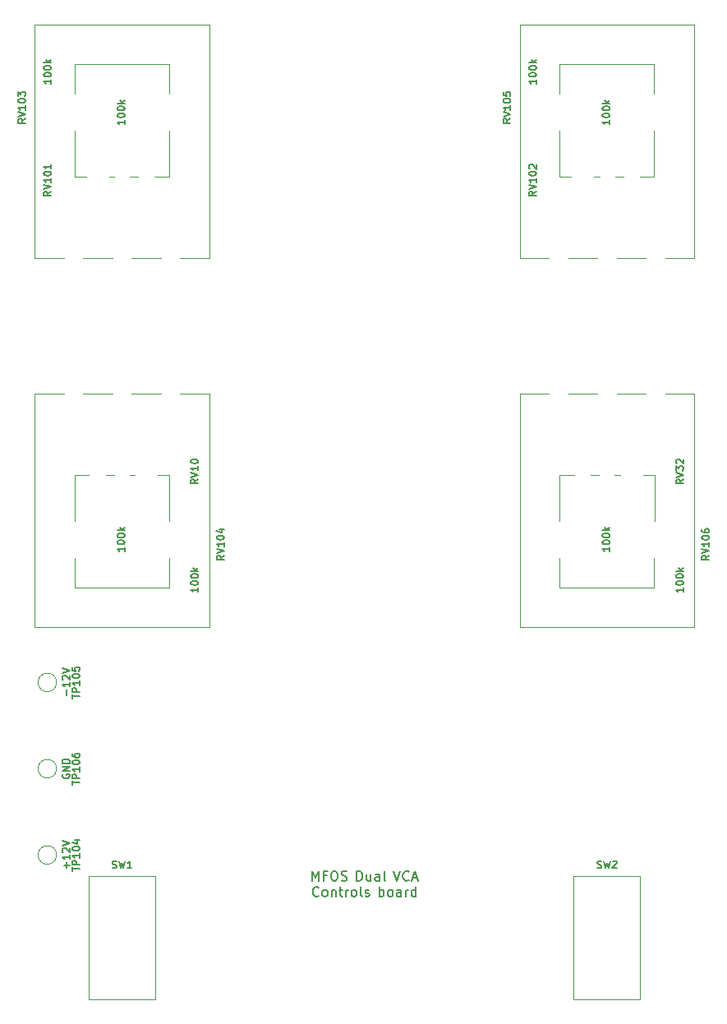
<source format=gto>
G04 #@! TF.GenerationSoftware,KiCad,Pcbnew,7.0.0-rc2-unknown-90e759e738~164~ubuntu22.04.1*
G04 #@! TF.CreationDate,2023-02-04T08:16:59-05:00*
G04 #@! TF.ProjectId,dualvca_b2,6475616c-7663-4615-9f62-322e6b696361,rev?*
G04 #@! TF.SameCoordinates,Original*
G04 #@! TF.FileFunction,Legend,Top*
G04 #@! TF.FilePolarity,Positive*
%FSLAX46Y46*%
G04 Gerber Fmt 4.6, Leading zero omitted, Abs format (unit mm)*
G04 Created by KiCad (PCBNEW 7.0.0-rc2-unknown-90e759e738~164~ubuntu22.04.1) date 2023-02-04 08:16:59*
%MOMM*%
%LPD*%
G01*
G04 APERTURE LIST*
%ADD10C,0.150000*%
%ADD11C,0.120000*%
G04 APERTURE END LIST*
D10*
X144614285Y-136162380D02*
X144614285Y-135162380D01*
X144614285Y-135162380D02*
X144947618Y-135876666D01*
X144947618Y-135876666D02*
X145280951Y-135162380D01*
X145280951Y-135162380D02*
X145280951Y-136162380D01*
X146090475Y-135638571D02*
X145757142Y-135638571D01*
X145757142Y-136162380D02*
X145757142Y-135162380D01*
X145757142Y-135162380D02*
X146233332Y-135162380D01*
X146804761Y-135162380D02*
X146995237Y-135162380D01*
X146995237Y-135162380D02*
X147090475Y-135210000D01*
X147090475Y-135210000D02*
X147185713Y-135305238D01*
X147185713Y-135305238D02*
X147233332Y-135495714D01*
X147233332Y-135495714D02*
X147233332Y-135829047D01*
X147233332Y-135829047D02*
X147185713Y-136019523D01*
X147185713Y-136019523D02*
X147090475Y-136114761D01*
X147090475Y-136114761D02*
X146995237Y-136162380D01*
X146995237Y-136162380D02*
X146804761Y-136162380D01*
X146804761Y-136162380D02*
X146709523Y-136114761D01*
X146709523Y-136114761D02*
X146614285Y-136019523D01*
X146614285Y-136019523D02*
X146566666Y-135829047D01*
X146566666Y-135829047D02*
X146566666Y-135495714D01*
X146566666Y-135495714D02*
X146614285Y-135305238D01*
X146614285Y-135305238D02*
X146709523Y-135210000D01*
X146709523Y-135210000D02*
X146804761Y-135162380D01*
X147614285Y-136114761D02*
X147757142Y-136162380D01*
X147757142Y-136162380D02*
X147995237Y-136162380D01*
X147995237Y-136162380D02*
X148090475Y-136114761D01*
X148090475Y-136114761D02*
X148138094Y-136067142D01*
X148138094Y-136067142D02*
X148185713Y-135971904D01*
X148185713Y-135971904D02*
X148185713Y-135876666D01*
X148185713Y-135876666D02*
X148138094Y-135781428D01*
X148138094Y-135781428D02*
X148090475Y-135733809D01*
X148090475Y-135733809D02*
X147995237Y-135686190D01*
X147995237Y-135686190D02*
X147804761Y-135638571D01*
X147804761Y-135638571D02*
X147709523Y-135590952D01*
X147709523Y-135590952D02*
X147661904Y-135543333D01*
X147661904Y-135543333D02*
X147614285Y-135448095D01*
X147614285Y-135448095D02*
X147614285Y-135352857D01*
X147614285Y-135352857D02*
X147661904Y-135257619D01*
X147661904Y-135257619D02*
X147709523Y-135210000D01*
X147709523Y-135210000D02*
X147804761Y-135162380D01*
X147804761Y-135162380D02*
X148042856Y-135162380D01*
X148042856Y-135162380D02*
X148185713Y-135210000D01*
X149214285Y-136162380D02*
X149214285Y-135162380D01*
X149214285Y-135162380D02*
X149452380Y-135162380D01*
X149452380Y-135162380D02*
X149595237Y-135210000D01*
X149595237Y-135210000D02*
X149690475Y-135305238D01*
X149690475Y-135305238D02*
X149738094Y-135400476D01*
X149738094Y-135400476D02*
X149785713Y-135590952D01*
X149785713Y-135590952D02*
X149785713Y-135733809D01*
X149785713Y-135733809D02*
X149738094Y-135924285D01*
X149738094Y-135924285D02*
X149690475Y-136019523D01*
X149690475Y-136019523D02*
X149595237Y-136114761D01*
X149595237Y-136114761D02*
X149452380Y-136162380D01*
X149452380Y-136162380D02*
X149214285Y-136162380D01*
X150642856Y-135495714D02*
X150642856Y-136162380D01*
X150214285Y-135495714D02*
X150214285Y-136019523D01*
X150214285Y-136019523D02*
X150261904Y-136114761D01*
X150261904Y-136114761D02*
X150357142Y-136162380D01*
X150357142Y-136162380D02*
X150499999Y-136162380D01*
X150499999Y-136162380D02*
X150595237Y-136114761D01*
X150595237Y-136114761D02*
X150642856Y-136067142D01*
X151547618Y-136162380D02*
X151547618Y-135638571D01*
X151547618Y-135638571D02*
X151499999Y-135543333D01*
X151499999Y-135543333D02*
X151404761Y-135495714D01*
X151404761Y-135495714D02*
X151214285Y-135495714D01*
X151214285Y-135495714D02*
X151119047Y-135543333D01*
X151547618Y-136114761D02*
X151452380Y-136162380D01*
X151452380Y-136162380D02*
X151214285Y-136162380D01*
X151214285Y-136162380D02*
X151119047Y-136114761D01*
X151119047Y-136114761D02*
X151071428Y-136019523D01*
X151071428Y-136019523D02*
X151071428Y-135924285D01*
X151071428Y-135924285D02*
X151119047Y-135829047D01*
X151119047Y-135829047D02*
X151214285Y-135781428D01*
X151214285Y-135781428D02*
X151452380Y-135781428D01*
X151452380Y-135781428D02*
X151547618Y-135733809D01*
X152166666Y-136162380D02*
X152071428Y-136114761D01*
X152071428Y-136114761D02*
X152023809Y-136019523D01*
X152023809Y-136019523D02*
X152023809Y-135162380D01*
X153004762Y-135162380D02*
X153338095Y-136162380D01*
X153338095Y-136162380D02*
X153671428Y-135162380D01*
X154576190Y-136067142D02*
X154528571Y-136114761D01*
X154528571Y-136114761D02*
X154385714Y-136162380D01*
X154385714Y-136162380D02*
X154290476Y-136162380D01*
X154290476Y-136162380D02*
X154147619Y-136114761D01*
X154147619Y-136114761D02*
X154052381Y-136019523D01*
X154052381Y-136019523D02*
X154004762Y-135924285D01*
X154004762Y-135924285D02*
X153957143Y-135733809D01*
X153957143Y-135733809D02*
X153957143Y-135590952D01*
X153957143Y-135590952D02*
X154004762Y-135400476D01*
X154004762Y-135400476D02*
X154052381Y-135305238D01*
X154052381Y-135305238D02*
X154147619Y-135210000D01*
X154147619Y-135210000D02*
X154290476Y-135162380D01*
X154290476Y-135162380D02*
X154385714Y-135162380D01*
X154385714Y-135162380D02*
X154528571Y-135210000D01*
X154528571Y-135210000D02*
X154576190Y-135257619D01*
X154957143Y-135876666D02*
X155433333Y-135876666D01*
X154861905Y-136162380D02*
X155195238Y-135162380D01*
X155195238Y-135162380D02*
X155528571Y-136162380D01*
X145271427Y-137687142D02*
X145223808Y-137734761D01*
X145223808Y-137734761D02*
X145080951Y-137782380D01*
X145080951Y-137782380D02*
X144985713Y-137782380D01*
X144985713Y-137782380D02*
X144842856Y-137734761D01*
X144842856Y-137734761D02*
X144747618Y-137639523D01*
X144747618Y-137639523D02*
X144699999Y-137544285D01*
X144699999Y-137544285D02*
X144652380Y-137353809D01*
X144652380Y-137353809D02*
X144652380Y-137210952D01*
X144652380Y-137210952D02*
X144699999Y-137020476D01*
X144699999Y-137020476D02*
X144747618Y-136925238D01*
X144747618Y-136925238D02*
X144842856Y-136830000D01*
X144842856Y-136830000D02*
X144985713Y-136782380D01*
X144985713Y-136782380D02*
X145080951Y-136782380D01*
X145080951Y-136782380D02*
X145223808Y-136830000D01*
X145223808Y-136830000D02*
X145271427Y-136877619D01*
X145842856Y-137782380D02*
X145747618Y-137734761D01*
X145747618Y-137734761D02*
X145699999Y-137687142D01*
X145699999Y-137687142D02*
X145652380Y-137591904D01*
X145652380Y-137591904D02*
X145652380Y-137306190D01*
X145652380Y-137306190D02*
X145699999Y-137210952D01*
X145699999Y-137210952D02*
X145747618Y-137163333D01*
X145747618Y-137163333D02*
X145842856Y-137115714D01*
X145842856Y-137115714D02*
X145985713Y-137115714D01*
X145985713Y-137115714D02*
X146080951Y-137163333D01*
X146080951Y-137163333D02*
X146128570Y-137210952D01*
X146128570Y-137210952D02*
X146176189Y-137306190D01*
X146176189Y-137306190D02*
X146176189Y-137591904D01*
X146176189Y-137591904D02*
X146128570Y-137687142D01*
X146128570Y-137687142D02*
X146080951Y-137734761D01*
X146080951Y-137734761D02*
X145985713Y-137782380D01*
X145985713Y-137782380D02*
X145842856Y-137782380D01*
X146604761Y-137115714D02*
X146604761Y-137782380D01*
X146604761Y-137210952D02*
X146652380Y-137163333D01*
X146652380Y-137163333D02*
X146747618Y-137115714D01*
X146747618Y-137115714D02*
X146890475Y-137115714D01*
X146890475Y-137115714D02*
X146985713Y-137163333D01*
X146985713Y-137163333D02*
X147033332Y-137258571D01*
X147033332Y-137258571D02*
X147033332Y-137782380D01*
X147366666Y-137115714D02*
X147747618Y-137115714D01*
X147509523Y-136782380D02*
X147509523Y-137639523D01*
X147509523Y-137639523D02*
X147557142Y-137734761D01*
X147557142Y-137734761D02*
X147652380Y-137782380D01*
X147652380Y-137782380D02*
X147747618Y-137782380D01*
X148080952Y-137782380D02*
X148080952Y-137115714D01*
X148080952Y-137306190D02*
X148128571Y-137210952D01*
X148128571Y-137210952D02*
X148176190Y-137163333D01*
X148176190Y-137163333D02*
X148271428Y-137115714D01*
X148271428Y-137115714D02*
X148366666Y-137115714D01*
X148842857Y-137782380D02*
X148747619Y-137734761D01*
X148747619Y-137734761D02*
X148700000Y-137687142D01*
X148700000Y-137687142D02*
X148652381Y-137591904D01*
X148652381Y-137591904D02*
X148652381Y-137306190D01*
X148652381Y-137306190D02*
X148700000Y-137210952D01*
X148700000Y-137210952D02*
X148747619Y-137163333D01*
X148747619Y-137163333D02*
X148842857Y-137115714D01*
X148842857Y-137115714D02*
X148985714Y-137115714D01*
X148985714Y-137115714D02*
X149080952Y-137163333D01*
X149080952Y-137163333D02*
X149128571Y-137210952D01*
X149128571Y-137210952D02*
X149176190Y-137306190D01*
X149176190Y-137306190D02*
X149176190Y-137591904D01*
X149176190Y-137591904D02*
X149128571Y-137687142D01*
X149128571Y-137687142D02*
X149080952Y-137734761D01*
X149080952Y-137734761D02*
X148985714Y-137782380D01*
X148985714Y-137782380D02*
X148842857Y-137782380D01*
X149747619Y-137782380D02*
X149652381Y-137734761D01*
X149652381Y-137734761D02*
X149604762Y-137639523D01*
X149604762Y-137639523D02*
X149604762Y-136782380D01*
X150080953Y-137734761D02*
X150176191Y-137782380D01*
X150176191Y-137782380D02*
X150366667Y-137782380D01*
X150366667Y-137782380D02*
X150461905Y-137734761D01*
X150461905Y-137734761D02*
X150509524Y-137639523D01*
X150509524Y-137639523D02*
X150509524Y-137591904D01*
X150509524Y-137591904D02*
X150461905Y-137496666D01*
X150461905Y-137496666D02*
X150366667Y-137449047D01*
X150366667Y-137449047D02*
X150223810Y-137449047D01*
X150223810Y-137449047D02*
X150128572Y-137401428D01*
X150128572Y-137401428D02*
X150080953Y-137306190D01*
X150080953Y-137306190D02*
X150080953Y-137258571D01*
X150080953Y-137258571D02*
X150128572Y-137163333D01*
X150128572Y-137163333D02*
X150223810Y-137115714D01*
X150223810Y-137115714D02*
X150366667Y-137115714D01*
X150366667Y-137115714D02*
X150461905Y-137163333D01*
X151538096Y-137782380D02*
X151538096Y-136782380D01*
X151538096Y-137163333D02*
X151633334Y-137115714D01*
X151633334Y-137115714D02*
X151823810Y-137115714D01*
X151823810Y-137115714D02*
X151919048Y-137163333D01*
X151919048Y-137163333D02*
X151966667Y-137210952D01*
X151966667Y-137210952D02*
X152014286Y-137306190D01*
X152014286Y-137306190D02*
X152014286Y-137591904D01*
X152014286Y-137591904D02*
X151966667Y-137687142D01*
X151966667Y-137687142D02*
X151919048Y-137734761D01*
X151919048Y-137734761D02*
X151823810Y-137782380D01*
X151823810Y-137782380D02*
X151633334Y-137782380D01*
X151633334Y-137782380D02*
X151538096Y-137734761D01*
X152585715Y-137782380D02*
X152490477Y-137734761D01*
X152490477Y-137734761D02*
X152442858Y-137687142D01*
X152442858Y-137687142D02*
X152395239Y-137591904D01*
X152395239Y-137591904D02*
X152395239Y-137306190D01*
X152395239Y-137306190D02*
X152442858Y-137210952D01*
X152442858Y-137210952D02*
X152490477Y-137163333D01*
X152490477Y-137163333D02*
X152585715Y-137115714D01*
X152585715Y-137115714D02*
X152728572Y-137115714D01*
X152728572Y-137115714D02*
X152823810Y-137163333D01*
X152823810Y-137163333D02*
X152871429Y-137210952D01*
X152871429Y-137210952D02*
X152919048Y-137306190D01*
X152919048Y-137306190D02*
X152919048Y-137591904D01*
X152919048Y-137591904D02*
X152871429Y-137687142D01*
X152871429Y-137687142D02*
X152823810Y-137734761D01*
X152823810Y-137734761D02*
X152728572Y-137782380D01*
X152728572Y-137782380D02*
X152585715Y-137782380D01*
X153776191Y-137782380D02*
X153776191Y-137258571D01*
X153776191Y-137258571D02*
X153728572Y-137163333D01*
X153728572Y-137163333D02*
X153633334Y-137115714D01*
X153633334Y-137115714D02*
X153442858Y-137115714D01*
X153442858Y-137115714D02*
X153347620Y-137163333D01*
X153776191Y-137734761D02*
X153680953Y-137782380D01*
X153680953Y-137782380D02*
X153442858Y-137782380D01*
X153442858Y-137782380D02*
X153347620Y-137734761D01*
X153347620Y-137734761D02*
X153300001Y-137639523D01*
X153300001Y-137639523D02*
X153300001Y-137544285D01*
X153300001Y-137544285D02*
X153347620Y-137449047D01*
X153347620Y-137449047D02*
X153442858Y-137401428D01*
X153442858Y-137401428D02*
X153680953Y-137401428D01*
X153680953Y-137401428D02*
X153776191Y-137353809D01*
X154252382Y-137782380D02*
X154252382Y-137115714D01*
X154252382Y-137306190D02*
X154300001Y-137210952D01*
X154300001Y-137210952D02*
X154347620Y-137163333D01*
X154347620Y-137163333D02*
X154442858Y-137115714D01*
X154442858Y-137115714D02*
X154538096Y-137115714D01*
X155300001Y-137782380D02*
X155300001Y-136782380D01*
X155300001Y-137734761D02*
X155204763Y-137782380D01*
X155204763Y-137782380D02*
X155014287Y-137782380D01*
X155014287Y-137782380D02*
X154919049Y-137734761D01*
X154919049Y-137734761D02*
X154871430Y-137687142D01*
X154871430Y-137687142D02*
X154823811Y-137591904D01*
X154823811Y-137591904D02*
X154823811Y-137306190D01*
X154823811Y-137306190D02*
X154871430Y-137210952D01*
X154871430Y-137210952D02*
X154919049Y-137163333D01*
X154919049Y-137163333D02*
X155014287Y-137115714D01*
X155014287Y-137115714D02*
X155204763Y-137115714D01*
X155204763Y-137115714D02*
X155300001Y-137163333D01*
G04 #@! TO.C,RV101*
X117695535Y-65152714D02*
X117338392Y-65402714D01*
X117695535Y-65581285D02*
X116945535Y-65581285D01*
X116945535Y-65581285D02*
X116945535Y-65295571D01*
X116945535Y-65295571D02*
X116981250Y-65224142D01*
X116981250Y-65224142D02*
X117016964Y-65188428D01*
X117016964Y-65188428D02*
X117088392Y-65152714D01*
X117088392Y-65152714D02*
X117195535Y-65152714D01*
X117195535Y-65152714D02*
X117266964Y-65188428D01*
X117266964Y-65188428D02*
X117302678Y-65224142D01*
X117302678Y-65224142D02*
X117338392Y-65295571D01*
X117338392Y-65295571D02*
X117338392Y-65581285D01*
X116945535Y-64938428D02*
X117695535Y-64688428D01*
X117695535Y-64688428D02*
X116945535Y-64438428D01*
X117695535Y-63795571D02*
X117695535Y-64224142D01*
X117695535Y-64009857D02*
X116945535Y-64009857D01*
X116945535Y-64009857D02*
X117052678Y-64081285D01*
X117052678Y-64081285D02*
X117124107Y-64152714D01*
X117124107Y-64152714D02*
X117159821Y-64224142D01*
X116945535Y-63331285D02*
X116945535Y-63259856D01*
X116945535Y-63259856D02*
X116981250Y-63188428D01*
X116981250Y-63188428D02*
X117016964Y-63152714D01*
X117016964Y-63152714D02*
X117088392Y-63116999D01*
X117088392Y-63116999D02*
X117231250Y-63081285D01*
X117231250Y-63081285D02*
X117409821Y-63081285D01*
X117409821Y-63081285D02*
X117552678Y-63116999D01*
X117552678Y-63116999D02*
X117624107Y-63152714D01*
X117624107Y-63152714D02*
X117659821Y-63188428D01*
X117659821Y-63188428D02*
X117695535Y-63259856D01*
X117695535Y-63259856D02*
X117695535Y-63331285D01*
X117695535Y-63331285D02*
X117659821Y-63402714D01*
X117659821Y-63402714D02*
X117624107Y-63438428D01*
X117624107Y-63438428D02*
X117552678Y-63474142D01*
X117552678Y-63474142D02*
X117409821Y-63509856D01*
X117409821Y-63509856D02*
X117231250Y-63509856D01*
X117231250Y-63509856D02*
X117088392Y-63474142D01*
X117088392Y-63474142D02*
X117016964Y-63438428D01*
X117016964Y-63438428D02*
X116981250Y-63402714D01*
X116981250Y-63402714D02*
X116945535Y-63331285D01*
X117695535Y-62366999D02*
X117695535Y-62795570D01*
X117695535Y-62581285D02*
X116945535Y-62581285D01*
X116945535Y-62581285D02*
X117052678Y-62652713D01*
X117052678Y-62652713D02*
X117124107Y-62724142D01*
X117124107Y-62724142D02*
X117159821Y-62795570D01*
X117695535Y-53619571D02*
X117695535Y-54048142D01*
X117695535Y-53833857D02*
X116945535Y-53833857D01*
X116945535Y-53833857D02*
X117052678Y-53905285D01*
X117052678Y-53905285D02*
X117124107Y-53976714D01*
X117124107Y-53976714D02*
X117159821Y-54048142D01*
X116945535Y-53155285D02*
X116945535Y-53083856D01*
X116945535Y-53083856D02*
X116981250Y-53012428D01*
X116981250Y-53012428D02*
X117016964Y-52976714D01*
X117016964Y-52976714D02*
X117088392Y-52940999D01*
X117088392Y-52940999D02*
X117231250Y-52905285D01*
X117231250Y-52905285D02*
X117409821Y-52905285D01*
X117409821Y-52905285D02*
X117552678Y-52940999D01*
X117552678Y-52940999D02*
X117624107Y-52976714D01*
X117624107Y-52976714D02*
X117659821Y-53012428D01*
X117659821Y-53012428D02*
X117695535Y-53083856D01*
X117695535Y-53083856D02*
X117695535Y-53155285D01*
X117695535Y-53155285D02*
X117659821Y-53226714D01*
X117659821Y-53226714D02*
X117624107Y-53262428D01*
X117624107Y-53262428D02*
X117552678Y-53298142D01*
X117552678Y-53298142D02*
X117409821Y-53333856D01*
X117409821Y-53333856D02*
X117231250Y-53333856D01*
X117231250Y-53333856D02*
X117088392Y-53298142D01*
X117088392Y-53298142D02*
X117016964Y-53262428D01*
X117016964Y-53262428D02*
X116981250Y-53226714D01*
X116981250Y-53226714D02*
X116945535Y-53155285D01*
X116945535Y-52440999D02*
X116945535Y-52369570D01*
X116945535Y-52369570D02*
X116981250Y-52298142D01*
X116981250Y-52298142D02*
X117016964Y-52262428D01*
X117016964Y-52262428D02*
X117088392Y-52226713D01*
X117088392Y-52226713D02*
X117231250Y-52190999D01*
X117231250Y-52190999D02*
X117409821Y-52190999D01*
X117409821Y-52190999D02*
X117552678Y-52226713D01*
X117552678Y-52226713D02*
X117624107Y-52262428D01*
X117624107Y-52262428D02*
X117659821Y-52298142D01*
X117659821Y-52298142D02*
X117695535Y-52369570D01*
X117695535Y-52369570D02*
X117695535Y-52440999D01*
X117695535Y-52440999D02*
X117659821Y-52512428D01*
X117659821Y-52512428D02*
X117624107Y-52548142D01*
X117624107Y-52548142D02*
X117552678Y-52583856D01*
X117552678Y-52583856D02*
X117409821Y-52619570D01*
X117409821Y-52619570D02*
X117231250Y-52619570D01*
X117231250Y-52619570D02*
X117088392Y-52583856D01*
X117088392Y-52583856D02*
X117016964Y-52548142D01*
X117016964Y-52548142D02*
X116981250Y-52512428D01*
X116981250Y-52512428D02*
X116945535Y-52440999D01*
X117695535Y-51869570D02*
X116945535Y-51869570D01*
X117409821Y-51798142D02*
X117695535Y-51583856D01*
X117195535Y-51583856D02*
X117481250Y-51869570D01*
G04 #@! TO.C,RV105*
X165045535Y-57660714D02*
X164688392Y-57910714D01*
X165045535Y-58089285D02*
X164295535Y-58089285D01*
X164295535Y-58089285D02*
X164295535Y-57803571D01*
X164295535Y-57803571D02*
X164331250Y-57732142D01*
X164331250Y-57732142D02*
X164366964Y-57696428D01*
X164366964Y-57696428D02*
X164438392Y-57660714D01*
X164438392Y-57660714D02*
X164545535Y-57660714D01*
X164545535Y-57660714D02*
X164616964Y-57696428D01*
X164616964Y-57696428D02*
X164652678Y-57732142D01*
X164652678Y-57732142D02*
X164688392Y-57803571D01*
X164688392Y-57803571D02*
X164688392Y-58089285D01*
X164295535Y-57446428D02*
X165045535Y-57196428D01*
X165045535Y-57196428D02*
X164295535Y-56946428D01*
X165045535Y-56303571D02*
X165045535Y-56732142D01*
X165045535Y-56517857D02*
X164295535Y-56517857D01*
X164295535Y-56517857D02*
X164402678Y-56589285D01*
X164402678Y-56589285D02*
X164474107Y-56660714D01*
X164474107Y-56660714D02*
X164509821Y-56732142D01*
X164295535Y-55839285D02*
X164295535Y-55767856D01*
X164295535Y-55767856D02*
X164331250Y-55696428D01*
X164331250Y-55696428D02*
X164366964Y-55660714D01*
X164366964Y-55660714D02*
X164438392Y-55624999D01*
X164438392Y-55624999D02*
X164581250Y-55589285D01*
X164581250Y-55589285D02*
X164759821Y-55589285D01*
X164759821Y-55589285D02*
X164902678Y-55624999D01*
X164902678Y-55624999D02*
X164974107Y-55660714D01*
X164974107Y-55660714D02*
X165009821Y-55696428D01*
X165009821Y-55696428D02*
X165045535Y-55767856D01*
X165045535Y-55767856D02*
X165045535Y-55839285D01*
X165045535Y-55839285D02*
X165009821Y-55910714D01*
X165009821Y-55910714D02*
X164974107Y-55946428D01*
X164974107Y-55946428D02*
X164902678Y-55982142D01*
X164902678Y-55982142D02*
X164759821Y-56017856D01*
X164759821Y-56017856D02*
X164581250Y-56017856D01*
X164581250Y-56017856D02*
X164438392Y-55982142D01*
X164438392Y-55982142D02*
X164366964Y-55946428D01*
X164366964Y-55946428D02*
X164331250Y-55910714D01*
X164331250Y-55910714D02*
X164295535Y-55839285D01*
X164295535Y-54910713D02*
X164295535Y-55267856D01*
X164295535Y-55267856D02*
X164652678Y-55303570D01*
X164652678Y-55303570D02*
X164616964Y-55267856D01*
X164616964Y-55267856D02*
X164581250Y-55196428D01*
X164581250Y-55196428D02*
X164581250Y-55017856D01*
X164581250Y-55017856D02*
X164616964Y-54946428D01*
X164616964Y-54946428D02*
X164652678Y-54910713D01*
X164652678Y-54910713D02*
X164724107Y-54874999D01*
X164724107Y-54874999D02*
X164902678Y-54874999D01*
X164902678Y-54874999D02*
X164974107Y-54910713D01*
X164974107Y-54910713D02*
X165009821Y-54946428D01*
X165009821Y-54946428D02*
X165045535Y-55017856D01*
X165045535Y-55017856D02*
X165045535Y-55196428D01*
X165045535Y-55196428D02*
X165009821Y-55267856D01*
X165009821Y-55267856D02*
X164974107Y-55303570D01*
X175275535Y-57803571D02*
X175275535Y-58232142D01*
X175275535Y-58017857D02*
X174525535Y-58017857D01*
X174525535Y-58017857D02*
X174632678Y-58089285D01*
X174632678Y-58089285D02*
X174704107Y-58160714D01*
X174704107Y-58160714D02*
X174739821Y-58232142D01*
X174525535Y-57339285D02*
X174525535Y-57267856D01*
X174525535Y-57267856D02*
X174561250Y-57196428D01*
X174561250Y-57196428D02*
X174596964Y-57160714D01*
X174596964Y-57160714D02*
X174668392Y-57124999D01*
X174668392Y-57124999D02*
X174811250Y-57089285D01*
X174811250Y-57089285D02*
X174989821Y-57089285D01*
X174989821Y-57089285D02*
X175132678Y-57124999D01*
X175132678Y-57124999D02*
X175204107Y-57160714D01*
X175204107Y-57160714D02*
X175239821Y-57196428D01*
X175239821Y-57196428D02*
X175275535Y-57267856D01*
X175275535Y-57267856D02*
X175275535Y-57339285D01*
X175275535Y-57339285D02*
X175239821Y-57410714D01*
X175239821Y-57410714D02*
X175204107Y-57446428D01*
X175204107Y-57446428D02*
X175132678Y-57482142D01*
X175132678Y-57482142D02*
X174989821Y-57517856D01*
X174989821Y-57517856D02*
X174811250Y-57517856D01*
X174811250Y-57517856D02*
X174668392Y-57482142D01*
X174668392Y-57482142D02*
X174596964Y-57446428D01*
X174596964Y-57446428D02*
X174561250Y-57410714D01*
X174561250Y-57410714D02*
X174525535Y-57339285D01*
X174525535Y-56624999D02*
X174525535Y-56553570D01*
X174525535Y-56553570D02*
X174561250Y-56482142D01*
X174561250Y-56482142D02*
X174596964Y-56446428D01*
X174596964Y-56446428D02*
X174668392Y-56410713D01*
X174668392Y-56410713D02*
X174811250Y-56374999D01*
X174811250Y-56374999D02*
X174989821Y-56374999D01*
X174989821Y-56374999D02*
X175132678Y-56410713D01*
X175132678Y-56410713D02*
X175204107Y-56446428D01*
X175204107Y-56446428D02*
X175239821Y-56482142D01*
X175239821Y-56482142D02*
X175275535Y-56553570D01*
X175275535Y-56553570D02*
X175275535Y-56624999D01*
X175275535Y-56624999D02*
X175239821Y-56696428D01*
X175239821Y-56696428D02*
X175204107Y-56732142D01*
X175204107Y-56732142D02*
X175132678Y-56767856D01*
X175132678Y-56767856D02*
X174989821Y-56803570D01*
X174989821Y-56803570D02*
X174811250Y-56803570D01*
X174811250Y-56803570D02*
X174668392Y-56767856D01*
X174668392Y-56767856D02*
X174596964Y-56732142D01*
X174596964Y-56732142D02*
X174561250Y-56696428D01*
X174561250Y-56696428D02*
X174525535Y-56624999D01*
X175275535Y-56053570D02*
X174525535Y-56053570D01*
X174989821Y-55982142D02*
X175275535Y-55767856D01*
X174775535Y-55767856D02*
X175061250Y-56053570D01*
G04 #@! TO.C,TP106*
X119883535Y-126280714D02*
X119883535Y-125852143D01*
X120633535Y-126066428D02*
X119883535Y-126066428D01*
X120633535Y-125602142D02*
X119883535Y-125602142D01*
X119883535Y-125602142D02*
X119883535Y-125316428D01*
X119883535Y-125316428D02*
X119919250Y-125244999D01*
X119919250Y-125244999D02*
X119954964Y-125209285D01*
X119954964Y-125209285D02*
X120026392Y-125173571D01*
X120026392Y-125173571D02*
X120133535Y-125173571D01*
X120133535Y-125173571D02*
X120204964Y-125209285D01*
X120204964Y-125209285D02*
X120240678Y-125244999D01*
X120240678Y-125244999D02*
X120276392Y-125316428D01*
X120276392Y-125316428D02*
X120276392Y-125602142D01*
X120633535Y-124459285D02*
X120633535Y-124887856D01*
X120633535Y-124673571D02*
X119883535Y-124673571D01*
X119883535Y-124673571D02*
X119990678Y-124744999D01*
X119990678Y-124744999D02*
X120062107Y-124816428D01*
X120062107Y-124816428D02*
X120097821Y-124887856D01*
X119883535Y-123994999D02*
X119883535Y-123923570D01*
X119883535Y-123923570D02*
X119919250Y-123852142D01*
X119919250Y-123852142D02*
X119954964Y-123816428D01*
X119954964Y-123816428D02*
X120026392Y-123780713D01*
X120026392Y-123780713D02*
X120169250Y-123744999D01*
X120169250Y-123744999D02*
X120347821Y-123744999D01*
X120347821Y-123744999D02*
X120490678Y-123780713D01*
X120490678Y-123780713D02*
X120562107Y-123816428D01*
X120562107Y-123816428D02*
X120597821Y-123852142D01*
X120597821Y-123852142D02*
X120633535Y-123923570D01*
X120633535Y-123923570D02*
X120633535Y-123994999D01*
X120633535Y-123994999D02*
X120597821Y-124066428D01*
X120597821Y-124066428D02*
X120562107Y-124102142D01*
X120562107Y-124102142D02*
X120490678Y-124137856D01*
X120490678Y-124137856D02*
X120347821Y-124173570D01*
X120347821Y-124173570D02*
X120169250Y-124173570D01*
X120169250Y-124173570D02*
X120026392Y-124137856D01*
X120026392Y-124137856D02*
X119954964Y-124102142D01*
X119954964Y-124102142D02*
X119919250Y-124066428D01*
X119919250Y-124066428D02*
X119883535Y-123994999D01*
X119883535Y-123102142D02*
X119883535Y-123244999D01*
X119883535Y-123244999D02*
X119919250Y-123316427D01*
X119919250Y-123316427D02*
X119954964Y-123352142D01*
X119954964Y-123352142D02*
X120062107Y-123423570D01*
X120062107Y-123423570D02*
X120204964Y-123459284D01*
X120204964Y-123459284D02*
X120490678Y-123459284D01*
X120490678Y-123459284D02*
X120562107Y-123423570D01*
X120562107Y-123423570D02*
X120597821Y-123387856D01*
X120597821Y-123387856D02*
X120633535Y-123316427D01*
X120633535Y-123316427D02*
X120633535Y-123173570D01*
X120633535Y-123173570D02*
X120597821Y-123102142D01*
X120597821Y-123102142D02*
X120562107Y-123066427D01*
X120562107Y-123066427D02*
X120490678Y-123030713D01*
X120490678Y-123030713D02*
X120312107Y-123030713D01*
X120312107Y-123030713D02*
X120240678Y-123066427D01*
X120240678Y-123066427D02*
X120204964Y-123102142D01*
X120204964Y-123102142D02*
X120169250Y-123173570D01*
X120169250Y-123173570D02*
X120169250Y-123316427D01*
X120169250Y-123316427D02*
X120204964Y-123387856D01*
X120204964Y-123387856D02*
X120240678Y-123423570D01*
X120240678Y-123423570D02*
X120312107Y-123459284D01*
X118903250Y-125191428D02*
X118867535Y-125262857D01*
X118867535Y-125262857D02*
X118867535Y-125369999D01*
X118867535Y-125369999D02*
X118903250Y-125477142D01*
X118903250Y-125477142D02*
X118974678Y-125548571D01*
X118974678Y-125548571D02*
X119046107Y-125584285D01*
X119046107Y-125584285D02*
X119188964Y-125619999D01*
X119188964Y-125619999D02*
X119296107Y-125619999D01*
X119296107Y-125619999D02*
X119438964Y-125584285D01*
X119438964Y-125584285D02*
X119510392Y-125548571D01*
X119510392Y-125548571D02*
X119581821Y-125477142D01*
X119581821Y-125477142D02*
X119617535Y-125369999D01*
X119617535Y-125369999D02*
X119617535Y-125298571D01*
X119617535Y-125298571D02*
X119581821Y-125191428D01*
X119581821Y-125191428D02*
X119546107Y-125155714D01*
X119546107Y-125155714D02*
X119296107Y-125155714D01*
X119296107Y-125155714D02*
X119296107Y-125298571D01*
X119617535Y-124834285D02*
X118867535Y-124834285D01*
X118867535Y-124834285D02*
X119617535Y-124405714D01*
X119617535Y-124405714D02*
X118867535Y-124405714D01*
X119617535Y-124048571D02*
X118867535Y-124048571D01*
X118867535Y-124048571D02*
X118867535Y-123870000D01*
X118867535Y-123870000D02*
X118903250Y-123762857D01*
X118903250Y-123762857D02*
X118974678Y-123691428D01*
X118974678Y-123691428D02*
X119046107Y-123655714D01*
X119046107Y-123655714D02*
X119188964Y-123620000D01*
X119188964Y-123620000D02*
X119296107Y-123620000D01*
X119296107Y-123620000D02*
X119438964Y-123655714D01*
X119438964Y-123655714D02*
X119510392Y-123691428D01*
X119510392Y-123691428D02*
X119581821Y-123762857D01*
X119581821Y-123762857D02*
X119617535Y-123870000D01*
X119617535Y-123870000D02*
X119617535Y-124048571D01*
G04 #@! TO.C,RV104*
X135530535Y-102660714D02*
X135173392Y-102910714D01*
X135530535Y-103089285D02*
X134780535Y-103089285D01*
X134780535Y-103089285D02*
X134780535Y-102803571D01*
X134780535Y-102803571D02*
X134816250Y-102732142D01*
X134816250Y-102732142D02*
X134851964Y-102696428D01*
X134851964Y-102696428D02*
X134923392Y-102660714D01*
X134923392Y-102660714D02*
X135030535Y-102660714D01*
X135030535Y-102660714D02*
X135101964Y-102696428D01*
X135101964Y-102696428D02*
X135137678Y-102732142D01*
X135137678Y-102732142D02*
X135173392Y-102803571D01*
X135173392Y-102803571D02*
X135173392Y-103089285D01*
X134780535Y-102446428D02*
X135530535Y-102196428D01*
X135530535Y-102196428D02*
X134780535Y-101946428D01*
X135530535Y-101303571D02*
X135530535Y-101732142D01*
X135530535Y-101517857D02*
X134780535Y-101517857D01*
X134780535Y-101517857D02*
X134887678Y-101589285D01*
X134887678Y-101589285D02*
X134959107Y-101660714D01*
X134959107Y-101660714D02*
X134994821Y-101732142D01*
X134780535Y-100839285D02*
X134780535Y-100767856D01*
X134780535Y-100767856D02*
X134816250Y-100696428D01*
X134816250Y-100696428D02*
X134851964Y-100660714D01*
X134851964Y-100660714D02*
X134923392Y-100624999D01*
X134923392Y-100624999D02*
X135066250Y-100589285D01*
X135066250Y-100589285D02*
X135244821Y-100589285D01*
X135244821Y-100589285D02*
X135387678Y-100624999D01*
X135387678Y-100624999D02*
X135459107Y-100660714D01*
X135459107Y-100660714D02*
X135494821Y-100696428D01*
X135494821Y-100696428D02*
X135530535Y-100767856D01*
X135530535Y-100767856D02*
X135530535Y-100839285D01*
X135530535Y-100839285D02*
X135494821Y-100910714D01*
X135494821Y-100910714D02*
X135459107Y-100946428D01*
X135459107Y-100946428D02*
X135387678Y-100982142D01*
X135387678Y-100982142D02*
X135244821Y-101017856D01*
X135244821Y-101017856D02*
X135066250Y-101017856D01*
X135066250Y-101017856D02*
X134923392Y-100982142D01*
X134923392Y-100982142D02*
X134851964Y-100946428D01*
X134851964Y-100946428D02*
X134816250Y-100910714D01*
X134816250Y-100910714D02*
X134780535Y-100839285D01*
X135030535Y-99946428D02*
X135530535Y-99946428D01*
X134744821Y-100124999D02*
X135280535Y-100303570D01*
X135280535Y-100303570D02*
X135280535Y-99839285D01*
X125275535Y-101803571D02*
X125275535Y-102232142D01*
X125275535Y-102017857D02*
X124525535Y-102017857D01*
X124525535Y-102017857D02*
X124632678Y-102089285D01*
X124632678Y-102089285D02*
X124704107Y-102160714D01*
X124704107Y-102160714D02*
X124739821Y-102232142D01*
X124525535Y-101339285D02*
X124525535Y-101267856D01*
X124525535Y-101267856D02*
X124561250Y-101196428D01*
X124561250Y-101196428D02*
X124596964Y-101160714D01*
X124596964Y-101160714D02*
X124668392Y-101124999D01*
X124668392Y-101124999D02*
X124811250Y-101089285D01*
X124811250Y-101089285D02*
X124989821Y-101089285D01*
X124989821Y-101089285D02*
X125132678Y-101124999D01*
X125132678Y-101124999D02*
X125204107Y-101160714D01*
X125204107Y-101160714D02*
X125239821Y-101196428D01*
X125239821Y-101196428D02*
X125275535Y-101267856D01*
X125275535Y-101267856D02*
X125275535Y-101339285D01*
X125275535Y-101339285D02*
X125239821Y-101410714D01*
X125239821Y-101410714D02*
X125204107Y-101446428D01*
X125204107Y-101446428D02*
X125132678Y-101482142D01*
X125132678Y-101482142D02*
X124989821Y-101517856D01*
X124989821Y-101517856D02*
X124811250Y-101517856D01*
X124811250Y-101517856D02*
X124668392Y-101482142D01*
X124668392Y-101482142D02*
X124596964Y-101446428D01*
X124596964Y-101446428D02*
X124561250Y-101410714D01*
X124561250Y-101410714D02*
X124525535Y-101339285D01*
X124525535Y-100624999D02*
X124525535Y-100553570D01*
X124525535Y-100553570D02*
X124561250Y-100482142D01*
X124561250Y-100482142D02*
X124596964Y-100446428D01*
X124596964Y-100446428D02*
X124668392Y-100410713D01*
X124668392Y-100410713D02*
X124811250Y-100374999D01*
X124811250Y-100374999D02*
X124989821Y-100374999D01*
X124989821Y-100374999D02*
X125132678Y-100410713D01*
X125132678Y-100410713D02*
X125204107Y-100446428D01*
X125204107Y-100446428D02*
X125239821Y-100482142D01*
X125239821Y-100482142D02*
X125275535Y-100553570D01*
X125275535Y-100553570D02*
X125275535Y-100624999D01*
X125275535Y-100624999D02*
X125239821Y-100696428D01*
X125239821Y-100696428D02*
X125204107Y-100732142D01*
X125204107Y-100732142D02*
X125132678Y-100767856D01*
X125132678Y-100767856D02*
X124989821Y-100803570D01*
X124989821Y-100803570D02*
X124811250Y-100803570D01*
X124811250Y-100803570D02*
X124668392Y-100767856D01*
X124668392Y-100767856D02*
X124596964Y-100732142D01*
X124596964Y-100732142D02*
X124561250Y-100696428D01*
X124561250Y-100696428D02*
X124525535Y-100624999D01*
X125275535Y-100053570D02*
X124525535Y-100053570D01*
X124989821Y-99982142D02*
X125275535Y-99767856D01*
X124775535Y-99767856D02*
X125061250Y-100053570D01*
G04 #@! TO.C,SW2*
X174000000Y-134839821D02*
X174107143Y-134875535D01*
X174107143Y-134875535D02*
X174285714Y-134875535D01*
X174285714Y-134875535D02*
X174357143Y-134839821D01*
X174357143Y-134839821D02*
X174392857Y-134804107D01*
X174392857Y-134804107D02*
X174428571Y-134732678D01*
X174428571Y-134732678D02*
X174428571Y-134661250D01*
X174428571Y-134661250D02*
X174392857Y-134589821D01*
X174392857Y-134589821D02*
X174357143Y-134554107D01*
X174357143Y-134554107D02*
X174285714Y-134518392D01*
X174285714Y-134518392D02*
X174142857Y-134482678D01*
X174142857Y-134482678D02*
X174071428Y-134446964D01*
X174071428Y-134446964D02*
X174035714Y-134411250D01*
X174035714Y-134411250D02*
X174000000Y-134339821D01*
X174000000Y-134339821D02*
X174000000Y-134268392D01*
X174000000Y-134268392D02*
X174035714Y-134196964D01*
X174035714Y-134196964D02*
X174071428Y-134161250D01*
X174071428Y-134161250D02*
X174142857Y-134125535D01*
X174142857Y-134125535D02*
X174321428Y-134125535D01*
X174321428Y-134125535D02*
X174428571Y-134161250D01*
X174678571Y-134125535D02*
X174857143Y-134875535D01*
X174857143Y-134875535D02*
X175000000Y-134339821D01*
X175000000Y-134339821D02*
X175142857Y-134875535D01*
X175142857Y-134875535D02*
X175321429Y-134125535D01*
X175571429Y-134196964D02*
X175607143Y-134161250D01*
X175607143Y-134161250D02*
X175678572Y-134125535D01*
X175678572Y-134125535D02*
X175857143Y-134125535D01*
X175857143Y-134125535D02*
X175928572Y-134161250D01*
X175928572Y-134161250D02*
X175964286Y-134196964D01*
X175964286Y-134196964D02*
X176000000Y-134268392D01*
X176000000Y-134268392D02*
X176000000Y-134339821D01*
X176000000Y-134339821D02*
X175964286Y-134446964D01*
X175964286Y-134446964D02*
X175535714Y-134875535D01*
X175535714Y-134875535D02*
X176000000Y-134875535D01*
G04 #@! TO.C,RV106*
X185530535Y-102660714D02*
X185173392Y-102910714D01*
X185530535Y-103089285D02*
X184780535Y-103089285D01*
X184780535Y-103089285D02*
X184780535Y-102803571D01*
X184780535Y-102803571D02*
X184816250Y-102732142D01*
X184816250Y-102732142D02*
X184851964Y-102696428D01*
X184851964Y-102696428D02*
X184923392Y-102660714D01*
X184923392Y-102660714D02*
X185030535Y-102660714D01*
X185030535Y-102660714D02*
X185101964Y-102696428D01*
X185101964Y-102696428D02*
X185137678Y-102732142D01*
X185137678Y-102732142D02*
X185173392Y-102803571D01*
X185173392Y-102803571D02*
X185173392Y-103089285D01*
X184780535Y-102446428D02*
X185530535Y-102196428D01*
X185530535Y-102196428D02*
X184780535Y-101946428D01*
X185530535Y-101303571D02*
X185530535Y-101732142D01*
X185530535Y-101517857D02*
X184780535Y-101517857D01*
X184780535Y-101517857D02*
X184887678Y-101589285D01*
X184887678Y-101589285D02*
X184959107Y-101660714D01*
X184959107Y-101660714D02*
X184994821Y-101732142D01*
X184780535Y-100839285D02*
X184780535Y-100767856D01*
X184780535Y-100767856D02*
X184816250Y-100696428D01*
X184816250Y-100696428D02*
X184851964Y-100660714D01*
X184851964Y-100660714D02*
X184923392Y-100624999D01*
X184923392Y-100624999D02*
X185066250Y-100589285D01*
X185066250Y-100589285D02*
X185244821Y-100589285D01*
X185244821Y-100589285D02*
X185387678Y-100624999D01*
X185387678Y-100624999D02*
X185459107Y-100660714D01*
X185459107Y-100660714D02*
X185494821Y-100696428D01*
X185494821Y-100696428D02*
X185530535Y-100767856D01*
X185530535Y-100767856D02*
X185530535Y-100839285D01*
X185530535Y-100839285D02*
X185494821Y-100910714D01*
X185494821Y-100910714D02*
X185459107Y-100946428D01*
X185459107Y-100946428D02*
X185387678Y-100982142D01*
X185387678Y-100982142D02*
X185244821Y-101017856D01*
X185244821Y-101017856D02*
X185066250Y-101017856D01*
X185066250Y-101017856D02*
X184923392Y-100982142D01*
X184923392Y-100982142D02*
X184851964Y-100946428D01*
X184851964Y-100946428D02*
X184816250Y-100910714D01*
X184816250Y-100910714D02*
X184780535Y-100839285D01*
X184780535Y-99946428D02*
X184780535Y-100089285D01*
X184780535Y-100089285D02*
X184816250Y-100160713D01*
X184816250Y-100160713D02*
X184851964Y-100196428D01*
X184851964Y-100196428D02*
X184959107Y-100267856D01*
X184959107Y-100267856D02*
X185101964Y-100303570D01*
X185101964Y-100303570D02*
X185387678Y-100303570D01*
X185387678Y-100303570D02*
X185459107Y-100267856D01*
X185459107Y-100267856D02*
X185494821Y-100232142D01*
X185494821Y-100232142D02*
X185530535Y-100160713D01*
X185530535Y-100160713D02*
X185530535Y-100017856D01*
X185530535Y-100017856D02*
X185494821Y-99946428D01*
X185494821Y-99946428D02*
X185459107Y-99910713D01*
X185459107Y-99910713D02*
X185387678Y-99874999D01*
X185387678Y-99874999D02*
X185209107Y-99874999D01*
X185209107Y-99874999D02*
X185137678Y-99910713D01*
X185137678Y-99910713D02*
X185101964Y-99946428D01*
X185101964Y-99946428D02*
X185066250Y-100017856D01*
X185066250Y-100017856D02*
X185066250Y-100160713D01*
X185066250Y-100160713D02*
X185101964Y-100232142D01*
X185101964Y-100232142D02*
X185137678Y-100267856D01*
X185137678Y-100267856D02*
X185209107Y-100303570D01*
X175275535Y-101803571D02*
X175275535Y-102232142D01*
X175275535Y-102017857D02*
X174525535Y-102017857D01*
X174525535Y-102017857D02*
X174632678Y-102089285D01*
X174632678Y-102089285D02*
X174704107Y-102160714D01*
X174704107Y-102160714D02*
X174739821Y-102232142D01*
X174525535Y-101339285D02*
X174525535Y-101267856D01*
X174525535Y-101267856D02*
X174561250Y-101196428D01*
X174561250Y-101196428D02*
X174596964Y-101160714D01*
X174596964Y-101160714D02*
X174668392Y-101124999D01*
X174668392Y-101124999D02*
X174811250Y-101089285D01*
X174811250Y-101089285D02*
X174989821Y-101089285D01*
X174989821Y-101089285D02*
X175132678Y-101124999D01*
X175132678Y-101124999D02*
X175204107Y-101160714D01*
X175204107Y-101160714D02*
X175239821Y-101196428D01*
X175239821Y-101196428D02*
X175275535Y-101267856D01*
X175275535Y-101267856D02*
X175275535Y-101339285D01*
X175275535Y-101339285D02*
X175239821Y-101410714D01*
X175239821Y-101410714D02*
X175204107Y-101446428D01*
X175204107Y-101446428D02*
X175132678Y-101482142D01*
X175132678Y-101482142D02*
X174989821Y-101517856D01*
X174989821Y-101517856D02*
X174811250Y-101517856D01*
X174811250Y-101517856D02*
X174668392Y-101482142D01*
X174668392Y-101482142D02*
X174596964Y-101446428D01*
X174596964Y-101446428D02*
X174561250Y-101410714D01*
X174561250Y-101410714D02*
X174525535Y-101339285D01*
X174525535Y-100624999D02*
X174525535Y-100553570D01*
X174525535Y-100553570D02*
X174561250Y-100482142D01*
X174561250Y-100482142D02*
X174596964Y-100446428D01*
X174596964Y-100446428D02*
X174668392Y-100410713D01*
X174668392Y-100410713D02*
X174811250Y-100374999D01*
X174811250Y-100374999D02*
X174989821Y-100374999D01*
X174989821Y-100374999D02*
X175132678Y-100410713D01*
X175132678Y-100410713D02*
X175204107Y-100446428D01*
X175204107Y-100446428D02*
X175239821Y-100482142D01*
X175239821Y-100482142D02*
X175275535Y-100553570D01*
X175275535Y-100553570D02*
X175275535Y-100624999D01*
X175275535Y-100624999D02*
X175239821Y-100696428D01*
X175239821Y-100696428D02*
X175204107Y-100732142D01*
X175204107Y-100732142D02*
X175132678Y-100767856D01*
X175132678Y-100767856D02*
X174989821Y-100803570D01*
X174989821Y-100803570D02*
X174811250Y-100803570D01*
X174811250Y-100803570D02*
X174668392Y-100767856D01*
X174668392Y-100767856D02*
X174596964Y-100732142D01*
X174596964Y-100732142D02*
X174561250Y-100696428D01*
X174561250Y-100696428D02*
X174525535Y-100624999D01*
X175275535Y-100053570D02*
X174525535Y-100053570D01*
X174989821Y-99982142D02*
X175275535Y-99767856D01*
X174775535Y-99767856D02*
X175061250Y-100053570D01*
G04 #@! TO.C,RV103*
X115045535Y-57660714D02*
X114688392Y-57910714D01*
X115045535Y-58089285D02*
X114295535Y-58089285D01*
X114295535Y-58089285D02*
X114295535Y-57803571D01*
X114295535Y-57803571D02*
X114331250Y-57732142D01*
X114331250Y-57732142D02*
X114366964Y-57696428D01*
X114366964Y-57696428D02*
X114438392Y-57660714D01*
X114438392Y-57660714D02*
X114545535Y-57660714D01*
X114545535Y-57660714D02*
X114616964Y-57696428D01*
X114616964Y-57696428D02*
X114652678Y-57732142D01*
X114652678Y-57732142D02*
X114688392Y-57803571D01*
X114688392Y-57803571D02*
X114688392Y-58089285D01*
X114295535Y-57446428D02*
X115045535Y-57196428D01*
X115045535Y-57196428D02*
X114295535Y-56946428D01*
X115045535Y-56303571D02*
X115045535Y-56732142D01*
X115045535Y-56517857D02*
X114295535Y-56517857D01*
X114295535Y-56517857D02*
X114402678Y-56589285D01*
X114402678Y-56589285D02*
X114474107Y-56660714D01*
X114474107Y-56660714D02*
X114509821Y-56732142D01*
X114295535Y-55839285D02*
X114295535Y-55767856D01*
X114295535Y-55767856D02*
X114331250Y-55696428D01*
X114331250Y-55696428D02*
X114366964Y-55660714D01*
X114366964Y-55660714D02*
X114438392Y-55624999D01*
X114438392Y-55624999D02*
X114581250Y-55589285D01*
X114581250Y-55589285D02*
X114759821Y-55589285D01*
X114759821Y-55589285D02*
X114902678Y-55624999D01*
X114902678Y-55624999D02*
X114974107Y-55660714D01*
X114974107Y-55660714D02*
X115009821Y-55696428D01*
X115009821Y-55696428D02*
X115045535Y-55767856D01*
X115045535Y-55767856D02*
X115045535Y-55839285D01*
X115045535Y-55839285D02*
X115009821Y-55910714D01*
X115009821Y-55910714D02*
X114974107Y-55946428D01*
X114974107Y-55946428D02*
X114902678Y-55982142D01*
X114902678Y-55982142D02*
X114759821Y-56017856D01*
X114759821Y-56017856D02*
X114581250Y-56017856D01*
X114581250Y-56017856D02*
X114438392Y-55982142D01*
X114438392Y-55982142D02*
X114366964Y-55946428D01*
X114366964Y-55946428D02*
X114331250Y-55910714D01*
X114331250Y-55910714D02*
X114295535Y-55839285D01*
X114295535Y-55339285D02*
X114295535Y-54874999D01*
X114295535Y-54874999D02*
X114581250Y-55124999D01*
X114581250Y-55124999D02*
X114581250Y-55017856D01*
X114581250Y-55017856D02*
X114616964Y-54946428D01*
X114616964Y-54946428D02*
X114652678Y-54910713D01*
X114652678Y-54910713D02*
X114724107Y-54874999D01*
X114724107Y-54874999D02*
X114902678Y-54874999D01*
X114902678Y-54874999D02*
X114974107Y-54910713D01*
X114974107Y-54910713D02*
X115009821Y-54946428D01*
X115009821Y-54946428D02*
X115045535Y-55017856D01*
X115045535Y-55017856D02*
X115045535Y-55232142D01*
X115045535Y-55232142D02*
X115009821Y-55303570D01*
X115009821Y-55303570D02*
X114974107Y-55339285D01*
X125275535Y-57803571D02*
X125275535Y-58232142D01*
X125275535Y-58017857D02*
X124525535Y-58017857D01*
X124525535Y-58017857D02*
X124632678Y-58089285D01*
X124632678Y-58089285D02*
X124704107Y-58160714D01*
X124704107Y-58160714D02*
X124739821Y-58232142D01*
X124525535Y-57339285D02*
X124525535Y-57267856D01*
X124525535Y-57267856D02*
X124561250Y-57196428D01*
X124561250Y-57196428D02*
X124596964Y-57160714D01*
X124596964Y-57160714D02*
X124668392Y-57124999D01*
X124668392Y-57124999D02*
X124811250Y-57089285D01*
X124811250Y-57089285D02*
X124989821Y-57089285D01*
X124989821Y-57089285D02*
X125132678Y-57124999D01*
X125132678Y-57124999D02*
X125204107Y-57160714D01*
X125204107Y-57160714D02*
X125239821Y-57196428D01*
X125239821Y-57196428D02*
X125275535Y-57267856D01*
X125275535Y-57267856D02*
X125275535Y-57339285D01*
X125275535Y-57339285D02*
X125239821Y-57410714D01*
X125239821Y-57410714D02*
X125204107Y-57446428D01*
X125204107Y-57446428D02*
X125132678Y-57482142D01*
X125132678Y-57482142D02*
X124989821Y-57517856D01*
X124989821Y-57517856D02*
X124811250Y-57517856D01*
X124811250Y-57517856D02*
X124668392Y-57482142D01*
X124668392Y-57482142D02*
X124596964Y-57446428D01*
X124596964Y-57446428D02*
X124561250Y-57410714D01*
X124561250Y-57410714D02*
X124525535Y-57339285D01*
X124525535Y-56624999D02*
X124525535Y-56553570D01*
X124525535Y-56553570D02*
X124561250Y-56482142D01*
X124561250Y-56482142D02*
X124596964Y-56446428D01*
X124596964Y-56446428D02*
X124668392Y-56410713D01*
X124668392Y-56410713D02*
X124811250Y-56374999D01*
X124811250Y-56374999D02*
X124989821Y-56374999D01*
X124989821Y-56374999D02*
X125132678Y-56410713D01*
X125132678Y-56410713D02*
X125204107Y-56446428D01*
X125204107Y-56446428D02*
X125239821Y-56482142D01*
X125239821Y-56482142D02*
X125275535Y-56553570D01*
X125275535Y-56553570D02*
X125275535Y-56624999D01*
X125275535Y-56624999D02*
X125239821Y-56696428D01*
X125239821Y-56696428D02*
X125204107Y-56732142D01*
X125204107Y-56732142D02*
X125132678Y-56767856D01*
X125132678Y-56767856D02*
X124989821Y-56803570D01*
X124989821Y-56803570D02*
X124811250Y-56803570D01*
X124811250Y-56803570D02*
X124668392Y-56767856D01*
X124668392Y-56767856D02*
X124596964Y-56732142D01*
X124596964Y-56732142D02*
X124561250Y-56696428D01*
X124561250Y-56696428D02*
X124525535Y-56624999D01*
X125275535Y-56053570D02*
X124525535Y-56053570D01*
X124989821Y-55982142D02*
X125275535Y-55767856D01*
X124775535Y-55767856D02*
X125061250Y-56053570D01*
G04 #@! TO.C,TP104*
X119883535Y-135170714D02*
X119883535Y-134742143D01*
X120633535Y-134956428D02*
X119883535Y-134956428D01*
X120633535Y-134492142D02*
X119883535Y-134492142D01*
X119883535Y-134492142D02*
X119883535Y-134206428D01*
X119883535Y-134206428D02*
X119919250Y-134134999D01*
X119919250Y-134134999D02*
X119954964Y-134099285D01*
X119954964Y-134099285D02*
X120026392Y-134063571D01*
X120026392Y-134063571D02*
X120133535Y-134063571D01*
X120133535Y-134063571D02*
X120204964Y-134099285D01*
X120204964Y-134099285D02*
X120240678Y-134134999D01*
X120240678Y-134134999D02*
X120276392Y-134206428D01*
X120276392Y-134206428D02*
X120276392Y-134492142D01*
X120633535Y-133349285D02*
X120633535Y-133777856D01*
X120633535Y-133563571D02*
X119883535Y-133563571D01*
X119883535Y-133563571D02*
X119990678Y-133634999D01*
X119990678Y-133634999D02*
X120062107Y-133706428D01*
X120062107Y-133706428D02*
X120097821Y-133777856D01*
X119883535Y-132884999D02*
X119883535Y-132813570D01*
X119883535Y-132813570D02*
X119919250Y-132742142D01*
X119919250Y-132742142D02*
X119954964Y-132706428D01*
X119954964Y-132706428D02*
X120026392Y-132670713D01*
X120026392Y-132670713D02*
X120169250Y-132634999D01*
X120169250Y-132634999D02*
X120347821Y-132634999D01*
X120347821Y-132634999D02*
X120490678Y-132670713D01*
X120490678Y-132670713D02*
X120562107Y-132706428D01*
X120562107Y-132706428D02*
X120597821Y-132742142D01*
X120597821Y-132742142D02*
X120633535Y-132813570D01*
X120633535Y-132813570D02*
X120633535Y-132884999D01*
X120633535Y-132884999D02*
X120597821Y-132956428D01*
X120597821Y-132956428D02*
X120562107Y-132992142D01*
X120562107Y-132992142D02*
X120490678Y-133027856D01*
X120490678Y-133027856D02*
X120347821Y-133063570D01*
X120347821Y-133063570D02*
X120169250Y-133063570D01*
X120169250Y-133063570D02*
X120026392Y-133027856D01*
X120026392Y-133027856D02*
X119954964Y-132992142D01*
X119954964Y-132992142D02*
X119919250Y-132956428D01*
X119919250Y-132956428D02*
X119883535Y-132884999D01*
X120133535Y-131992142D02*
X120633535Y-131992142D01*
X119847821Y-132170713D02*
X120383535Y-132349284D01*
X120383535Y-132349284D02*
X120383535Y-131884999D01*
X119331821Y-134831428D02*
X119331821Y-134260000D01*
X119617535Y-134545714D02*
X119046107Y-134545714D01*
X119617535Y-133510000D02*
X119617535Y-133938571D01*
X119617535Y-133724286D02*
X118867535Y-133724286D01*
X118867535Y-133724286D02*
X118974678Y-133795714D01*
X118974678Y-133795714D02*
X119046107Y-133867143D01*
X119046107Y-133867143D02*
X119081821Y-133938571D01*
X118938964Y-133224285D02*
X118903250Y-133188571D01*
X118903250Y-133188571D02*
X118867535Y-133117143D01*
X118867535Y-133117143D02*
X118867535Y-132938571D01*
X118867535Y-132938571D02*
X118903250Y-132867143D01*
X118903250Y-132867143D02*
X118938964Y-132831428D01*
X118938964Y-132831428D02*
X119010392Y-132795714D01*
X119010392Y-132795714D02*
X119081821Y-132795714D01*
X119081821Y-132795714D02*
X119188964Y-132831428D01*
X119188964Y-132831428D02*
X119617535Y-133260000D01*
X119617535Y-133260000D02*
X119617535Y-132795714D01*
X118867535Y-132581428D02*
X119617535Y-132331428D01*
X119617535Y-132331428D02*
X118867535Y-132081428D01*
G04 #@! TO.C,RV32*
X182855535Y-94811571D02*
X182498392Y-95061571D01*
X182855535Y-95240142D02*
X182105535Y-95240142D01*
X182105535Y-95240142D02*
X182105535Y-94954428D01*
X182105535Y-94954428D02*
X182141250Y-94882999D01*
X182141250Y-94882999D02*
X182176964Y-94847285D01*
X182176964Y-94847285D02*
X182248392Y-94811571D01*
X182248392Y-94811571D02*
X182355535Y-94811571D01*
X182355535Y-94811571D02*
X182426964Y-94847285D01*
X182426964Y-94847285D02*
X182462678Y-94882999D01*
X182462678Y-94882999D02*
X182498392Y-94954428D01*
X182498392Y-94954428D02*
X182498392Y-95240142D01*
X182105535Y-94597285D02*
X182855535Y-94347285D01*
X182855535Y-94347285D02*
X182105535Y-94097285D01*
X182105535Y-93918714D02*
X182105535Y-93454428D01*
X182105535Y-93454428D02*
X182391250Y-93704428D01*
X182391250Y-93704428D02*
X182391250Y-93597285D01*
X182391250Y-93597285D02*
X182426964Y-93525857D01*
X182426964Y-93525857D02*
X182462678Y-93490142D01*
X182462678Y-93490142D02*
X182534107Y-93454428D01*
X182534107Y-93454428D02*
X182712678Y-93454428D01*
X182712678Y-93454428D02*
X182784107Y-93490142D01*
X182784107Y-93490142D02*
X182819821Y-93525857D01*
X182819821Y-93525857D02*
X182855535Y-93597285D01*
X182855535Y-93597285D02*
X182855535Y-93811571D01*
X182855535Y-93811571D02*
X182819821Y-93882999D01*
X182819821Y-93882999D02*
X182784107Y-93918714D01*
X182176964Y-93168713D02*
X182141250Y-93132999D01*
X182141250Y-93132999D02*
X182105535Y-93061571D01*
X182105535Y-93061571D02*
X182105535Y-92882999D01*
X182105535Y-92882999D02*
X182141250Y-92811571D01*
X182141250Y-92811571D02*
X182176964Y-92775856D01*
X182176964Y-92775856D02*
X182248392Y-92740142D01*
X182248392Y-92740142D02*
X182319821Y-92740142D01*
X182319821Y-92740142D02*
X182426964Y-92775856D01*
X182426964Y-92775856D02*
X182855535Y-93204428D01*
X182855535Y-93204428D02*
X182855535Y-92740142D01*
X182855535Y-105987571D02*
X182855535Y-106416142D01*
X182855535Y-106201857D02*
X182105535Y-106201857D01*
X182105535Y-106201857D02*
X182212678Y-106273285D01*
X182212678Y-106273285D02*
X182284107Y-106344714D01*
X182284107Y-106344714D02*
X182319821Y-106416142D01*
X182105535Y-105523285D02*
X182105535Y-105451856D01*
X182105535Y-105451856D02*
X182141250Y-105380428D01*
X182141250Y-105380428D02*
X182176964Y-105344714D01*
X182176964Y-105344714D02*
X182248392Y-105308999D01*
X182248392Y-105308999D02*
X182391250Y-105273285D01*
X182391250Y-105273285D02*
X182569821Y-105273285D01*
X182569821Y-105273285D02*
X182712678Y-105308999D01*
X182712678Y-105308999D02*
X182784107Y-105344714D01*
X182784107Y-105344714D02*
X182819821Y-105380428D01*
X182819821Y-105380428D02*
X182855535Y-105451856D01*
X182855535Y-105451856D02*
X182855535Y-105523285D01*
X182855535Y-105523285D02*
X182819821Y-105594714D01*
X182819821Y-105594714D02*
X182784107Y-105630428D01*
X182784107Y-105630428D02*
X182712678Y-105666142D01*
X182712678Y-105666142D02*
X182569821Y-105701856D01*
X182569821Y-105701856D02*
X182391250Y-105701856D01*
X182391250Y-105701856D02*
X182248392Y-105666142D01*
X182248392Y-105666142D02*
X182176964Y-105630428D01*
X182176964Y-105630428D02*
X182141250Y-105594714D01*
X182141250Y-105594714D02*
X182105535Y-105523285D01*
X182105535Y-104808999D02*
X182105535Y-104737570D01*
X182105535Y-104737570D02*
X182141250Y-104666142D01*
X182141250Y-104666142D02*
X182176964Y-104630428D01*
X182176964Y-104630428D02*
X182248392Y-104594713D01*
X182248392Y-104594713D02*
X182391250Y-104558999D01*
X182391250Y-104558999D02*
X182569821Y-104558999D01*
X182569821Y-104558999D02*
X182712678Y-104594713D01*
X182712678Y-104594713D02*
X182784107Y-104630428D01*
X182784107Y-104630428D02*
X182819821Y-104666142D01*
X182819821Y-104666142D02*
X182855535Y-104737570D01*
X182855535Y-104737570D02*
X182855535Y-104808999D01*
X182855535Y-104808999D02*
X182819821Y-104880428D01*
X182819821Y-104880428D02*
X182784107Y-104916142D01*
X182784107Y-104916142D02*
X182712678Y-104951856D01*
X182712678Y-104951856D02*
X182569821Y-104987570D01*
X182569821Y-104987570D02*
X182391250Y-104987570D01*
X182391250Y-104987570D02*
X182248392Y-104951856D01*
X182248392Y-104951856D02*
X182176964Y-104916142D01*
X182176964Y-104916142D02*
X182141250Y-104880428D01*
X182141250Y-104880428D02*
X182105535Y-104808999D01*
X182855535Y-104237570D02*
X182105535Y-104237570D01*
X182569821Y-104166142D02*
X182855535Y-103951856D01*
X182355535Y-103951856D02*
X182641250Y-104237570D01*
G04 #@! TO.C,TP105*
X119883535Y-117390714D02*
X119883535Y-116962143D01*
X120633535Y-117176428D02*
X119883535Y-117176428D01*
X120633535Y-116712142D02*
X119883535Y-116712142D01*
X119883535Y-116712142D02*
X119883535Y-116426428D01*
X119883535Y-116426428D02*
X119919250Y-116354999D01*
X119919250Y-116354999D02*
X119954964Y-116319285D01*
X119954964Y-116319285D02*
X120026392Y-116283571D01*
X120026392Y-116283571D02*
X120133535Y-116283571D01*
X120133535Y-116283571D02*
X120204964Y-116319285D01*
X120204964Y-116319285D02*
X120240678Y-116354999D01*
X120240678Y-116354999D02*
X120276392Y-116426428D01*
X120276392Y-116426428D02*
X120276392Y-116712142D01*
X120633535Y-115569285D02*
X120633535Y-115997856D01*
X120633535Y-115783571D02*
X119883535Y-115783571D01*
X119883535Y-115783571D02*
X119990678Y-115854999D01*
X119990678Y-115854999D02*
X120062107Y-115926428D01*
X120062107Y-115926428D02*
X120097821Y-115997856D01*
X119883535Y-115104999D02*
X119883535Y-115033570D01*
X119883535Y-115033570D02*
X119919250Y-114962142D01*
X119919250Y-114962142D02*
X119954964Y-114926428D01*
X119954964Y-114926428D02*
X120026392Y-114890713D01*
X120026392Y-114890713D02*
X120169250Y-114854999D01*
X120169250Y-114854999D02*
X120347821Y-114854999D01*
X120347821Y-114854999D02*
X120490678Y-114890713D01*
X120490678Y-114890713D02*
X120562107Y-114926428D01*
X120562107Y-114926428D02*
X120597821Y-114962142D01*
X120597821Y-114962142D02*
X120633535Y-115033570D01*
X120633535Y-115033570D02*
X120633535Y-115104999D01*
X120633535Y-115104999D02*
X120597821Y-115176428D01*
X120597821Y-115176428D02*
X120562107Y-115212142D01*
X120562107Y-115212142D02*
X120490678Y-115247856D01*
X120490678Y-115247856D02*
X120347821Y-115283570D01*
X120347821Y-115283570D02*
X120169250Y-115283570D01*
X120169250Y-115283570D02*
X120026392Y-115247856D01*
X120026392Y-115247856D02*
X119954964Y-115212142D01*
X119954964Y-115212142D02*
X119919250Y-115176428D01*
X119919250Y-115176428D02*
X119883535Y-115104999D01*
X119883535Y-114176427D02*
X119883535Y-114533570D01*
X119883535Y-114533570D02*
X120240678Y-114569284D01*
X120240678Y-114569284D02*
X120204964Y-114533570D01*
X120204964Y-114533570D02*
X120169250Y-114462142D01*
X120169250Y-114462142D02*
X120169250Y-114283570D01*
X120169250Y-114283570D02*
X120204964Y-114212142D01*
X120204964Y-114212142D02*
X120240678Y-114176427D01*
X120240678Y-114176427D02*
X120312107Y-114140713D01*
X120312107Y-114140713D02*
X120490678Y-114140713D01*
X120490678Y-114140713D02*
X120562107Y-114176427D01*
X120562107Y-114176427D02*
X120597821Y-114212142D01*
X120597821Y-114212142D02*
X120633535Y-114283570D01*
X120633535Y-114283570D02*
X120633535Y-114462142D01*
X120633535Y-114462142D02*
X120597821Y-114533570D01*
X120597821Y-114533570D02*
X120562107Y-114569284D01*
X119331821Y-117051428D02*
X119331821Y-116480000D01*
X119617535Y-115730000D02*
X119617535Y-116158571D01*
X119617535Y-115944286D02*
X118867535Y-115944286D01*
X118867535Y-115944286D02*
X118974678Y-116015714D01*
X118974678Y-116015714D02*
X119046107Y-116087143D01*
X119046107Y-116087143D02*
X119081821Y-116158571D01*
X118938964Y-115444285D02*
X118903250Y-115408571D01*
X118903250Y-115408571D02*
X118867535Y-115337143D01*
X118867535Y-115337143D02*
X118867535Y-115158571D01*
X118867535Y-115158571D02*
X118903250Y-115087143D01*
X118903250Y-115087143D02*
X118938964Y-115051428D01*
X118938964Y-115051428D02*
X119010392Y-115015714D01*
X119010392Y-115015714D02*
X119081821Y-115015714D01*
X119081821Y-115015714D02*
X119188964Y-115051428D01*
X119188964Y-115051428D02*
X119617535Y-115480000D01*
X119617535Y-115480000D02*
X119617535Y-115015714D01*
X118867535Y-114801428D02*
X119617535Y-114551428D01*
X119617535Y-114551428D02*
X118867535Y-114301428D01*
G04 #@! TO.C,RV10*
X132855535Y-94811571D02*
X132498392Y-95061571D01*
X132855535Y-95240142D02*
X132105535Y-95240142D01*
X132105535Y-95240142D02*
X132105535Y-94954428D01*
X132105535Y-94954428D02*
X132141250Y-94882999D01*
X132141250Y-94882999D02*
X132176964Y-94847285D01*
X132176964Y-94847285D02*
X132248392Y-94811571D01*
X132248392Y-94811571D02*
X132355535Y-94811571D01*
X132355535Y-94811571D02*
X132426964Y-94847285D01*
X132426964Y-94847285D02*
X132462678Y-94882999D01*
X132462678Y-94882999D02*
X132498392Y-94954428D01*
X132498392Y-94954428D02*
X132498392Y-95240142D01*
X132105535Y-94597285D02*
X132855535Y-94347285D01*
X132855535Y-94347285D02*
X132105535Y-94097285D01*
X132855535Y-93454428D02*
X132855535Y-93882999D01*
X132855535Y-93668714D02*
X132105535Y-93668714D01*
X132105535Y-93668714D02*
X132212678Y-93740142D01*
X132212678Y-93740142D02*
X132284107Y-93811571D01*
X132284107Y-93811571D02*
X132319821Y-93882999D01*
X132105535Y-92990142D02*
X132105535Y-92918713D01*
X132105535Y-92918713D02*
X132141250Y-92847285D01*
X132141250Y-92847285D02*
X132176964Y-92811571D01*
X132176964Y-92811571D02*
X132248392Y-92775856D01*
X132248392Y-92775856D02*
X132391250Y-92740142D01*
X132391250Y-92740142D02*
X132569821Y-92740142D01*
X132569821Y-92740142D02*
X132712678Y-92775856D01*
X132712678Y-92775856D02*
X132784107Y-92811571D01*
X132784107Y-92811571D02*
X132819821Y-92847285D01*
X132819821Y-92847285D02*
X132855535Y-92918713D01*
X132855535Y-92918713D02*
X132855535Y-92990142D01*
X132855535Y-92990142D02*
X132819821Y-93061571D01*
X132819821Y-93061571D02*
X132784107Y-93097285D01*
X132784107Y-93097285D02*
X132712678Y-93132999D01*
X132712678Y-93132999D02*
X132569821Y-93168713D01*
X132569821Y-93168713D02*
X132391250Y-93168713D01*
X132391250Y-93168713D02*
X132248392Y-93132999D01*
X132248392Y-93132999D02*
X132176964Y-93097285D01*
X132176964Y-93097285D02*
X132141250Y-93061571D01*
X132141250Y-93061571D02*
X132105535Y-92990142D01*
X132855535Y-105987571D02*
X132855535Y-106416142D01*
X132855535Y-106201857D02*
X132105535Y-106201857D01*
X132105535Y-106201857D02*
X132212678Y-106273285D01*
X132212678Y-106273285D02*
X132284107Y-106344714D01*
X132284107Y-106344714D02*
X132319821Y-106416142D01*
X132105535Y-105523285D02*
X132105535Y-105451856D01*
X132105535Y-105451856D02*
X132141250Y-105380428D01*
X132141250Y-105380428D02*
X132176964Y-105344714D01*
X132176964Y-105344714D02*
X132248392Y-105308999D01*
X132248392Y-105308999D02*
X132391250Y-105273285D01*
X132391250Y-105273285D02*
X132569821Y-105273285D01*
X132569821Y-105273285D02*
X132712678Y-105308999D01*
X132712678Y-105308999D02*
X132784107Y-105344714D01*
X132784107Y-105344714D02*
X132819821Y-105380428D01*
X132819821Y-105380428D02*
X132855535Y-105451856D01*
X132855535Y-105451856D02*
X132855535Y-105523285D01*
X132855535Y-105523285D02*
X132819821Y-105594714D01*
X132819821Y-105594714D02*
X132784107Y-105630428D01*
X132784107Y-105630428D02*
X132712678Y-105666142D01*
X132712678Y-105666142D02*
X132569821Y-105701856D01*
X132569821Y-105701856D02*
X132391250Y-105701856D01*
X132391250Y-105701856D02*
X132248392Y-105666142D01*
X132248392Y-105666142D02*
X132176964Y-105630428D01*
X132176964Y-105630428D02*
X132141250Y-105594714D01*
X132141250Y-105594714D02*
X132105535Y-105523285D01*
X132105535Y-104808999D02*
X132105535Y-104737570D01*
X132105535Y-104737570D02*
X132141250Y-104666142D01*
X132141250Y-104666142D02*
X132176964Y-104630428D01*
X132176964Y-104630428D02*
X132248392Y-104594713D01*
X132248392Y-104594713D02*
X132391250Y-104558999D01*
X132391250Y-104558999D02*
X132569821Y-104558999D01*
X132569821Y-104558999D02*
X132712678Y-104594713D01*
X132712678Y-104594713D02*
X132784107Y-104630428D01*
X132784107Y-104630428D02*
X132819821Y-104666142D01*
X132819821Y-104666142D02*
X132855535Y-104737570D01*
X132855535Y-104737570D02*
X132855535Y-104808999D01*
X132855535Y-104808999D02*
X132819821Y-104880428D01*
X132819821Y-104880428D02*
X132784107Y-104916142D01*
X132784107Y-104916142D02*
X132712678Y-104951856D01*
X132712678Y-104951856D02*
X132569821Y-104987570D01*
X132569821Y-104987570D02*
X132391250Y-104987570D01*
X132391250Y-104987570D02*
X132248392Y-104951856D01*
X132248392Y-104951856D02*
X132176964Y-104916142D01*
X132176964Y-104916142D02*
X132141250Y-104880428D01*
X132141250Y-104880428D02*
X132105535Y-104808999D01*
X132855535Y-104237570D02*
X132105535Y-104237570D01*
X132569821Y-104166142D02*
X132855535Y-103951856D01*
X132355535Y-103951856D02*
X132641250Y-104237570D01*
G04 #@! TO.C,RV102*
X167695535Y-65152714D02*
X167338392Y-65402714D01*
X167695535Y-65581285D02*
X166945535Y-65581285D01*
X166945535Y-65581285D02*
X166945535Y-65295571D01*
X166945535Y-65295571D02*
X166981250Y-65224142D01*
X166981250Y-65224142D02*
X167016964Y-65188428D01*
X167016964Y-65188428D02*
X167088392Y-65152714D01*
X167088392Y-65152714D02*
X167195535Y-65152714D01*
X167195535Y-65152714D02*
X167266964Y-65188428D01*
X167266964Y-65188428D02*
X167302678Y-65224142D01*
X167302678Y-65224142D02*
X167338392Y-65295571D01*
X167338392Y-65295571D02*
X167338392Y-65581285D01*
X166945535Y-64938428D02*
X167695535Y-64688428D01*
X167695535Y-64688428D02*
X166945535Y-64438428D01*
X167695535Y-63795571D02*
X167695535Y-64224142D01*
X167695535Y-64009857D02*
X166945535Y-64009857D01*
X166945535Y-64009857D02*
X167052678Y-64081285D01*
X167052678Y-64081285D02*
X167124107Y-64152714D01*
X167124107Y-64152714D02*
X167159821Y-64224142D01*
X166945535Y-63331285D02*
X166945535Y-63259856D01*
X166945535Y-63259856D02*
X166981250Y-63188428D01*
X166981250Y-63188428D02*
X167016964Y-63152714D01*
X167016964Y-63152714D02*
X167088392Y-63116999D01*
X167088392Y-63116999D02*
X167231250Y-63081285D01*
X167231250Y-63081285D02*
X167409821Y-63081285D01*
X167409821Y-63081285D02*
X167552678Y-63116999D01*
X167552678Y-63116999D02*
X167624107Y-63152714D01*
X167624107Y-63152714D02*
X167659821Y-63188428D01*
X167659821Y-63188428D02*
X167695535Y-63259856D01*
X167695535Y-63259856D02*
X167695535Y-63331285D01*
X167695535Y-63331285D02*
X167659821Y-63402714D01*
X167659821Y-63402714D02*
X167624107Y-63438428D01*
X167624107Y-63438428D02*
X167552678Y-63474142D01*
X167552678Y-63474142D02*
X167409821Y-63509856D01*
X167409821Y-63509856D02*
X167231250Y-63509856D01*
X167231250Y-63509856D02*
X167088392Y-63474142D01*
X167088392Y-63474142D02*
X167016964Y-63438428D01*
X167016964Y-63438428D02*
X166981250Y-63402714D01*
X166981250Y-63402714D02*
X166945535Y-63331285D01*
X167016964Y-62795570D02*
X166981250Y-62759856D01*
X166981250Y-62759856D02*
X166945535Y-62688428D01*
X166945535Y-62688428D02*
X166945535Y-62509856D01*
X166945535Y-62509856D02*
X166981250Y-62438428D01*
X166981250Y-62438428D02*
X167016964Y-62402713D01*
X167016964Y-62402713D02*
X167088392Y-62366999D01*
X167088392Y-62366999D02*
X167159821Y-62366999D01*
X167159821Y-62366999D02*
X167266964Y-62402713D01*
X167266964Y-62402713D02*
X167695535Y-62831285D01*
X167695535Y-62831285D02*
X167695535Y-62366999D01*
X167695535Y-53619571D02*
X167695535Y-54048142D01*
X167695535Y-53833857D02*
X166945535Y-53833857D01*
X166945535Y-53833857D02*
X167052678Y-53905285D01*
X167052678Y-53905285D02*
X167124107Y-53976714D01*
X167124107Y-53976714D02*
X167159821Y-54048142D01*
X166945535Y-53155285D02*
X166945535Y-53083856D01*
X166945535Y-53083856D02*
X166981250Y-53012428D01*
X166981250Y-53012428D02*
X167016964Y-52976714D01*
X167016964Y-52976714D02*
X167088392Y-52940999D01*
X167088392Y-52940999D02*
X167231250Y-52905285D01*
X167231250Y-52905285D02*
X167409821Y-52905285D01*
X167409821Y-52905285D02*
X167552678Y-52940999D01*
X167552678Y-52940999D02*
X167624107Y-52976714D01*
X167624107Y-52976714D02*
X167659821Y-53012428D01*
X167659821Y-53012428D02*
X167695535Y-53083856D01*
X167695535Y-53083856D02*
X167695535Y-53155285D01*
X167695535Y-53155285D02*
X167659821Y-53226714D01*
X167659821Y-53226714D02*
X167624107Y-53262428D01*
X167624107Y-53262428D02*
X167552678Y-53298142D01*
X167552678Y-53298142D02*
X167409821Y-53333856D01*
X167409821Y-53333856D02*
X167231250Y-53333856D01*
X167231250Y-53333856D02*
X167088392Y-53298142D01*
X167088392Y-53298142D02*
X167016964Y-53262428D01*
X167016964Y-53262428D02*
X166981250Y-53226714D01*
X166981250Y-53226714D02*
X166945535Y-53155285D01*
X166945535Y-52440999D02*
X166945535Y-52369570D01*
X166945535Y-52369570D02*
X166981250Y-52298142D01*
X166981250Y-52298142D02*
X167016964Y-52262428D01*
X167016964Y-52262428D02*
X167088392Y-52226713D01*
X167088392Y-52226713D02*
X167231250Y-52190999D01*
X167231250Y-52190999D02*
X167409821Y-52190999D01*
X167409821Y-52190999D02*
X167552678Y-52226713D01*
X167552678Y-52226713D02*
X167624107Y-52262428D01*
X167624107Y-52262428D02*
X167659821Y-52298142D01*
X167659821Y-52298142D02*
X167695535Y-52369570D01*
X167695535Y-52369570D02*
X167695535Y-52440999D01*
X167695535Y-52440999D02*
X167659821Y-52512428D01*
X167659821Y-52512428D02*
X167624107Y-52548142D01*
X167624107Y-52548142D02*
X167552678Y-52583856D01*
X167552678Y-52583856D02*
X167409821Y-52619570D01*
X167409821Y-52619570D02*
X167231250Y-52619570D01*
X167231250Y-52619570D02*
X167088392Y-52583856D01*
X167088392Y-52583856D02*
X167016964Y-52548142D01*
X167016964Y-52548142D02*
X166981250Y-52512428D01*
X166981250Y-52512428D02*
X166945535Y-52440999D01*
X167695535Y-51869570D02*
X166945535Y-51869570D01*
X167409821Y-51798142D02*
X167695535Y-51583856D01*
X167195535Y-51583856D02*
X167481250Y-51869570D01*
G04 #@! TO.C,SW1*
X124000000Y-134839821D02*
X124107143Y-134875535D01*
X124107143Y-134875535D02*
X124285714Y-134875535D01*
X124285714Y-134875535D02*
X124357143Y-134839821D01*
X124357143Y-134839821D02*
X124392857Y-134804107D01*
X124392857Y-134804107D02*
X124428571Y-134732678D01*
X124428571Y-134732678D02*
X124428571Y-134661250D01*
X124428571Y-134661250D02*
X124392857Y-134589821D01*
X124392857Y-134589821D02*
X124357143Y-134554107D01*
X124357143Y-134554107D02*
X124285714Y-134518392D01*
X124285714Y-134518392D02*
X124142857Y-134482678D01*
X124142857Y-134482678D02*
X124071428Y-134446964D01*
X124071428Y-134446964D02*
X124035714Y-134411250D01*
X124035714Y-134411250D02*
X124000000Y-134339821D01*
X124000000Y-134339821D02*
X124000000Y-134268392D01*
X124000000Y-134268392D02*
X124035714Y-134196964D01*
X124035714Y-134196964D02*
X124071428Y-134161250D01*
X124071428Y-134161250D02*
X124142857Y-134125535D01*
X124142857Y-134125535D02*
X124321428Y-134125535D01*
X124321428Y-134125535D02*
X124428571Y-134161250D01*
X124678571Y-134125535D02*
X124857143Y-134875535D01*
X124857143Y-134875535D02*
X125000000Y-134339821D01*
X125000000Y-134339821D02*
X125142857Y-134875535D01*
X125142857Y-134875535D02*
X125321429Y-134125535D01*
X126000000Y-134875535D02*
X125571429Y-134875535D01*
X125785714Y-134875535D02*
X125785714Y-134125535D01*
X125785714Y-134125535D02*
X125714286Y-134232678D01*
X125714286Y-134232678D02*
X125642857Y-134304107D01*
X125642857Y-134304107D02*
X125571429Y-134339821D01*
D11*
G04 #@! TO.C,RV101*
X120120000Y-63620000D02*
X120120000Y-58900000D01*
X121310000Y-63620000D02*
X120130000Y-63620000D01*
X124210000Y-63620000D02*
X123680000Y-63620000D01*
X126660000Y-63620000D02*
X125830000Y-63620000D01*
X129870000Y-63620000D02*
X128380000Y-63620000D01*
X129870000Y-63620000D02*
X129870000Y-58900000D01*
X120130000Y-55090000D02*
X120130000Y-52030000D01*
X129870000Y-55090000D02*
X129870000Y-52030000D01*
X129870000Y-52030000D02*
X120130000Y-52030000D01*
G04 #@! TO.C,RV105*
X166000000Y-72000000D02*
X166000000Y-48000000D01*
X169000000Y-72000000D02*
X166000000Y-72000000D01*
X174000000Y-72000000D02*
X171000000Y-72000000D01*
X179000000Y-72000000D02*
X176000000Y-72000000D01*
X184000000Y-72000000D02*
X181000000Y-72000000D01*
X166000000Y-48000000D02*
X184000000Y-48000000D01*
X184000000Y-48000000D02*
X184000000Y-72000000D01*
G04 #@! TO.C,TP106*
X118260000Y-124620000D02*
G75*
G03*
X118260000Y-124620000I-950000J0D01*
G01*
G04 #@! TO.C,RV104*
X134000000Y-86000000D02*
X134000000Y-110000000D01*
X131000000Y-86000000D02*
X134000000Y-86000000D01*
X126000000Y-86000000D02*
X129000000Y-86000000D01*
X121000000Y-86000000D02*
X124000000Y-86000000D01*
X116000000Y-86000000D02*
X119000000Y-86000000D01*
X134000000Y-110000000D02*
X116000000Y-110000000D01*
X116000000Y-110000000D02*
X116000000Y-86000000D01*
G04 #@! TO.C,SW2*
X171570000Y-135650000D02*
X178420000Y-135650000D01*
X171570000Y-148340000D02*
X171570000Y-135650000D01*
X178420000Y-135650000D02*
X178420000Y-135660000D01*
X178430000Y-135650000D02*
X178430000Y-148350000D01*
X178430000Y-148350000D02*
X171570000Y-148350000D01*
G04 #@! TO.C,RV106*
X184000000Y-86000000D02*
X184000000Y-110000000D01*
X181000000Y-86000000D02*
X184000000Y-86000000D01*
X176000000Y-86000000D02*
X179000000Y-86000000D01*
X171000000Y-86000000D02*
X174000000Y-86000000D01*
X166000000Y-86000000D02*
X169000000Y-86000000D01*
X184000000Y-110000000D02*
X166000000Y-110000000D01*
X166000000Y-110000000D02*
X166000000Y-86000000D01*
G04 #@! TO.C,RV103*
X116000000Y-72000000D02*
X116000000Y-48000000D01*
X119000000Y-72000000D02*
X116000000Y-72000000D01*
X124000000Y-72000000D02*
X121000000Y-72000000D01*
X129000000Y-72000000D02*
X126000000Y-72000000D01*
X134000000Y-72000000D02*
X131000000Y-72000000D01*
X116000000Y-48000000D02*
X134000000Y-48000000D01*
X134000000Y-48000000D02*
X134000000Y-72000000D01*
G04 #@! TO.C,TP104*
X118260000Y-133510000D02*
G75*
G03*
X118260000Y-133510000I-950000J0D01*
G01*
G04 #@! TO.C,RV32*
X179880000Y-94380000D02*
X179880000Y-99100000D01*
X178690000Y-94380000D02*
X179870000Y-94380000D01*
X175790000Y-94380000D02*
X176320000Y-94380000D01*
X173340000Y-94380000D02*
X174170000Y-94380000D01*
X170130000Y-94380000D02*
X171620000Y-94380000D01*
X170130000Y-94380000D02*
X170130000Y-99100000D01*
X179870000Y-102910000D02*
X179870000Y-105970000D01*
X170130000Y-102910000D02*
X170130000Y-105970000D01*
X170130000Y-105970000D02*
X179870000Y-105970000D01*
G04 #@! TO.C,TP105*
X118260000Y-115730000D02*
G75*
G03*
X118260000Y-115730000I-950000J0D01*
G01*
G04 #@! TO.C,RV10*
X129880000Y-94380000D02*
X129880000Y-99100000D01*
X128690000Y-94380000D02*
X129870000Y-94380000D01*
X125790000Y-94380000D02*
X126320000Y-94380000D01*
X123340000Y-94380000D02*
X124170000Y-94380000D01*
X120130000Y-94380000D02*
X121620000Y-94380000D01*
X120130000Y-94380000D02*
X120130000Y-99100000D01*
X129870000Y-102910000D02*
X129870000Y-105970000D01*
X120130000Y-102910000D02*
X120130000Y-105970000D01*
X120130000Y-105970000D02*
X129870000Y-105970000D01*
G04 #@! TO.C,RV102*
X170120000Y-63620000D02*
X170120000Y-58900000D01*
X171310000Y-63620000D02*
X170130000Y-63620000D01*
X174210000Y-63620000D02*
X173680000Y-63620000D01*
X176660000Y-63620000D02*
X175830000Y-63620000D01*
X179870000Y-63620000D02*
X178380000Y-63620000D01*
X179870000Y-63620000D02*
X179870000Y-58900000D01*
X170130000Y-55090000D02*
X170130000Y-52030000D01*
X179870000Y-55090000D02*
X179870000Y-52030000D01*
X179870000Y-52030000D02*
X170130000Y-52030000D01*
G04 #@! TO.C,SW1*
X121570000Y-135650000D02*
X128420000Y-135650000D01*
X121570000Y-148340000D02*
X121570000Y-135650000D01*
X128420000Y-135650000D02*
X128420000Y-135660000D01*
X128430000Y-135650000D02*
X128430000Y-148350000D01*
X128430000Y-148350000D02*
X121570000Y-148350000D01*
G04 #@! TD*
M02*

</source>
